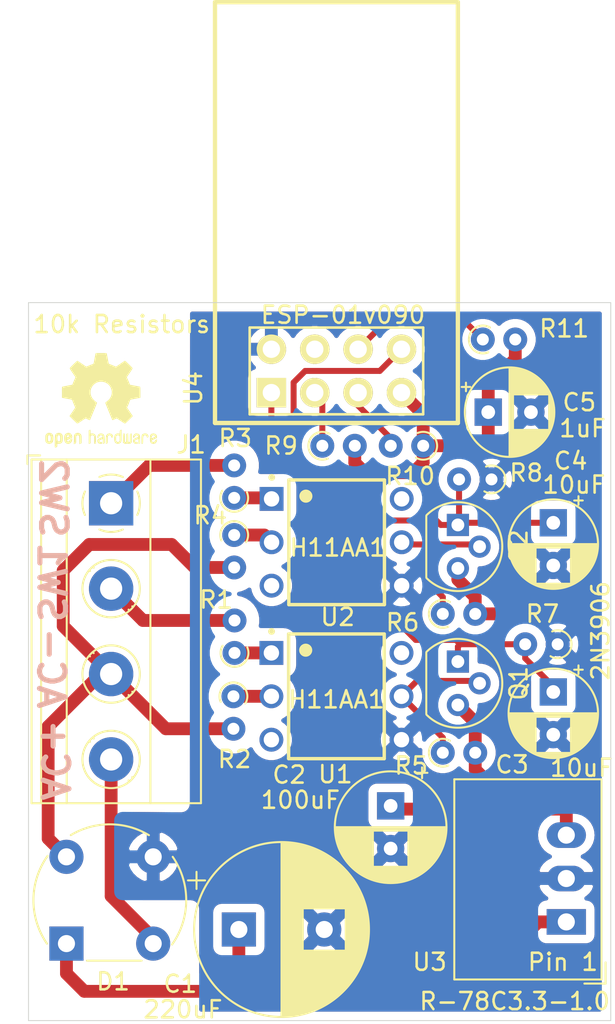
<source format=kicad_pcb>
(kicad_pcb (version 20171130) (host pcbnew "(5.1.10)-1")
  (title_block (title "Doorbell ESP") (date 2020-04-11) (rev v1))
  (layers (0 F.Cu signal) (31 B.Cu signal) (34 B.Paste user) (35 F.Paste user) (36 B.SilkS user) (37 F.SilkS user) (38 B.Mask user) (39 F.Mask user) (44 Edge.Cuts user))
  (net 0 "")
  (net 1 GND)
  (net 2 +15V)
  (net 3 +3V3)
  (net 4 "Net-(C3-Pad1)")
  (net 5 "Net-(C4-Pad1)")
  (net 6 /AC-)
  (net 7 /AC+)
  (net 8 /SW2)
  (net 9 /SW1)
  (net 10 "Net-(Q1-Pad2)")
  (net 11 "Net-(Q2-Pad2)")
  (net 12 "Net-(R1-Pad1)")
  (net 13 "Net-(R2-Pad1)")
  (net 14 "Net-(R3-Pad1)")
  (net 15 "Net-(R4-Pad1)")
  (net 16 "Net-(R9-Pad1)")
  (net 17 "Net-(R10-Pad2)")
  (net 18 "Net-(R11-Pad1)")
  (net 19 "Net-(U1-Pad6)")
  (net 20 "Net-(U2-Pad6)")
  (net 21 "Net-(U4-Pad4)")
  (module Package_TO_SOT_THT:TO-92 (layer F.Cu) (at 157.226 76.835 270)
    (fp_text reference Q2 (at 1.27 -3.56 90) (layer F.SilkS))
    (fp_text value 2N3906)
    (pad 1 thru_hole rect (at 0 0) (size 1.3 1.3) (drill 0.75) (layers *.Cu *.Mask) (net 5 "Net-(C4-Pad1)"))
    (pad 3 thru_hole circle (at 2.54 0) (size 1.3 1.3) (drill 0.75) (layers *.Cu *.Mask) (net 3 +3V3))
    (pad 2 thru_hole circle (at 1.27 -1.27) (size 1.3 1.3) (drill 0.75) (layers *.Cu *.Mask) (net 11 "Net-(Q2-Pad2)"))
  )
  (module Package_TO_SOT_THT:TO-92 (layer F.Cu) (at 157.226 84.836 270)
    (fp_text reference Q1 (at 1.27 -3.56 90) (layer F.SilkS))
    (fp_text value 2N3906 (at -1.8034 -8.3566 90) (layer F.SilkS))
    (pad 1 thru_hole rect (at 0 0) (size 1.3 1.3) (drill 0.75) (layers *.Cu *.Mask) (net 4 "Net-(C3-Pad1)"))
    (pad 3 thru_hole circle (at 2.54 0) (size 1.3 1.3) (drill 0.75) (layers *.Cu *.Mask) (net 3 +3V3))
    (pad 2 thru_hole circle (at 1.27 -1.27) (size 1.3 1.3) (drill 0.75) (layers *.Cu *.Mask) (net 10 "Net-(Q1-Pad2)"))
  )
  (module Capacitor_THT:CP_Radial_D6.3mm_P2.50mm (layer F.Cu) (at 153.289 93.2815 270)
    (fp_text reference C2 (at -1.8161 5.9436) (layer F.SilkS))
    (fp_text value 100uF (at -0.3429 5.2832) (layer F.SilkS))
    (pad 2 thru_hole circle (at 2.5 0 270) (size 1.6 1.6) (drill 0.8) (layers *.Cu *.Mask) (net 1 GND))
    (pad 1 thru_hole rect (at 0 0 270) (size 1.6 1.6) (drill 0.8) (layers *.Cu *.Mask) (net 3 +3V3))
  )
  (module Capacitor_THT:CP_Radial_D10.0mm_P5.00mm (layer F.Cu) (at 144.399 100.5205)
    (fp_text reference C1 (at -3.429 3.1877) (layer F.SilkS))
    (fp_text value 220uF (at -3.2766 4.6863) (layer F.SilkS))
    (pad 2 thru_hole circle (at 5 0) (size 2 2) (drill 1) (layers *.Cu *.Mask) (net 1 GND))
    (pad 1 thru_hole rect (at 0 0) (size 2 2) (drill 1) (layers *.Cu *.Mask) (net 2 +15V))
  )
  (module Symbol:OSHW-Logo2_7.3x6mm_SilkScreen (layer F.Cu) (at 136.3345 69.5325)
    (fp_text reference REF** hide)
    (fp_text value OSHW-Logo2_7.3x6mm_SilkScreen hide)
  )
  (module Resistor_THT:R_Axial_DIN0204_L3.6mm_D1.6mm_P1.90mm_Vertical (layer F.Cu) (at 158.6865 65.9765)
    (fp_text reference R11 (at 4.7625 -0.635) (layer F.SilkS))
    (fp_text value 10K)
    (pad 2 thru_hole oval (at 1.9 0) (size 1.4 1.4) (drill 0.7) (layers *.Cu *.Mask) (net 3 +3V3))
    (pad 1 thru_hole circle (at 0 0) (size 1.4 1.4) (drill 0.7) (layers *.Cu *.Mask) (net 18 "Net-(R11-Pad1)"))
  )
  (module Capacitor_THT:CP_Radial_D5.0mm_P2.50mm (layer F.Cu) (at 162.814 76.708 270)
    (fp_text reference C4 (at -3.6195 -1.016) (layer F.SilkS))
    (fp_text value 10uF (at -2.2225 -1.2065) (layer F.SilkS))
    (pad 2 thru_hole circle (at 2.5 0 270) (size 1.6 1.6) (drill 0.8) (layers *.Cu *.Mask) (net 1 GND))
    (pad 1 thru_hole rect (at 0 0 270) (size 1.6 1.6) (drill 0.8) (layers *.Cu *.Mask) (net 5 "Net-(C4-Pad1)"))
  )
  (module Resistor_THT:R_Axial_DIN0204_L3.6mm_D1.6mm_P1.90mm_Vertical (layer F.Cu) (at 163.068 83.82 180)
    (fp_text reference R7 (at 0.889 1.778 180) (layer F.SilkS))
    (fp_text value 10K)
    (pad 2 thru_hole oval (at 1.9 0 180) (size 1.4 1.4) (drill 0.7) (layers *.Cu *.Mask) (net 4 "Net-(C3-Pad1)"))
    (pad 1 thru_hole circle (at 0 0 180) (size 1.4 1.4) (drill 0.7) (layers *.Cu *.Mask) (net 1 GND))
  )
  (module Resistor_THT:R_Axial_DIN0204_L3.6mm_D1.6mm_P1.90mm_Vertical (layer F.Cu) (at 144.125 77.425 270)
    (fp_text reference R4 (at -1.143 1.397) (layer F.SilkS))
    (fp_text value 10K)
    (pad 2 thru_hole oval (at 1.9 0 270) (size 1.4 1.4) (drill 0.7) (layers *.Cu *.Mask) (net 7 /AC+))
    (pad 1 thru_hole circle (at 0 0 270) (size 1.4 1.4) (drill 0.7) (layers *.Cu *.Mask) (net 15 "Net-(R4-Pad1)"))
  )
  (module Resistor_THT:R_Axial_DIN0204_L3.6mm_D1.6mm_P1.90mm_Vertical (layer F.Cu) (at 156.342 90.17)
    (fp_text reference R5 (at -1.8465 0.762) (layer F.SilkS))
    (fp_text value 10K)
    (pad 2 thru_hole oval (at 1.9 0) (size 1.4 1.4) (drill 0.7) (layers *.Cu *.Mask) (net 3 +3V3))
    (pad 1 thru_hole circle (at 0 0) (size 1.4 1.4) (drill 0.7) (layers *.Cu *.Mask) (net 10 "Net-(Q1-Pad2)"))
  )
  (module H11AA1:DIP762W50P254L730H410Q6 (layer F.Cu) (at 150.114 86.868)
    (fp_text reference U1 (at -0.0635 4.572) (layer F.SilkS) (effects (font (size 1.00106 1.00106))))
    (fp_text value H11AA1 (at 0 0.1905) (layer F.SilkS) (effects (font (size 1.00057 1.00057))))
    (pad 6 thru_hole circle (at 3.81 -2.54 180) (size 1.4 1.4) (drill 0.9) (layers *.Cu *.Mask) (net 19 "Net-(U1-Pad6)"))
    (pad 5 thru_hole circle (at 3.81 0 180) (size 1.4 1.4) (drill 0.9) (layers *.Cu *.Mask) (net 10 "Net-(Q1-Pad2)"))
    (pad 4 thru_hole circle (at 3.81 2.54 180) (size 1.4 1.4) (drill 0.9) (layers *.Cu *.Mask) (net 1 GND))
    (pad 3 thru_hole circle (at -3.81 2.54) (size 1.4 1.4) (drill 0.9) (layers *.Cu *.Mask))
    (pad 2 thru_hole circle (at -3.81 0) (size 1.4 1.4) (drill 0.9) (layers *.Cu *.Mask) (net 13 "Net-(R2-Pad1)"))
    (pad 1 thru_hole rect (at -3.81 -2.54) (size 1.4 1.4) (drill 0.9) (layers *.Cu *.Mask) (net 12 "Net-(R1-Pad1)"))
  )
  (module Capacitor_THT:CP_Radial_D5.0mm_P2.50mm (layer F.Cu) (at 162.814 86.614 270)
    (fp_text reference C3 (at 4.2545 2.413) (layer F.SilkS))
    (fp_text value 10uF (at 4.445 -1.651) (layer F.SilkS))
    (pad 2 thru_hole circle (at 2.5 0 270) (size 1.6 1.6) (drill 0.8) (layers *.Cu *.Mask) (net 1 GND))
    (pad 1 thru_hole rect (at 0 0 270) (size 1.6 1.6) (drill 0.8) (layers *.Cu *.Mask) (net 4 "Net-(C3-Pad1)"))
  )
  (module ESP8266:ESP-01 (layer F.Cu) (at 146.304 69.088 90)
    (fp_text reference U4 (at 0.254 -4.572 90) (layer F.SilkS))
    (fp_text value ESP-01v090 (at 4.5466 4.191 180) (layer F.SilkS))
    (pad 8 thru_hole oval (at 2.54 7.62 90) (size 1.7272 1.7272) (drill 1.016) (layers *.Cu *.Mask F.SilkS) (net 5 "Net-(C4-Pad1)"))
    (pad 7 thru_hole oval (at 0 7.62 90) (size 1.7272 1.7272) (drill 1.016) (layers *.Cu *.Mask F.SilkS) (net 3 +3V3))
    (pad 6 thru_hole oval (at 2.54 5.08 90) (size 1.7272 1.7272) (drill 1.016) (layers *.Cu *.Mask F.SilkS) (net 18 "Net-(R11-Pad1)"))
    (pad 5 thru_hole oval (at 0 5.08 90) (size 1.7272 1.7272) (drill 1.016) (layers *.Cu *.Mask F.SilkS) (net 17 "Net-(R10-Pad2)"))
    (pad 4 thru_hole oval (at 2.54 2.54 90) (size 1.7272 1.7272) (drill 1.016) (layers *.Cu *.Mask F.SilkS) (net 21 "Net-(U4-Pad4)"))
    (pad 3 thru_hole oval (at 0 2.54 90) (size 1.7272 1.7272) (drill 1.016) (layers *.Cu *.Mask F.SilkS) (net 16 "Net-(R9-Pad1)"))
    (pad 2 thru_hole oval (at 2.54 0 90) (size 1.7272 1.7272) (drill 1.016) (layers *.Cu *.Mask F.SilkS) (net 1 GND))
    (pad 1 thru_hole rect (at 0 0 90) (size 1.7272 1.7272) (drill 1.016) (layers *.Cu *.Mask F.SilkS) (net 4 "Net-(C3-Pad1)"))
  )
  (module Converter_DCDC:Converter_DCDC_RECOM_R-78E-0.5_THT (layer F.Cu) (at 163.576 100.076 90)
    (fp_text reference U3 (at -2.3495 -8.001 180) (layer F.SilkS))
    (fp_text value R-78C3.3-1.0 (at -4.6482 -3.0226 180) (layer F.SilkS))
    (pad 3 thru_hole oval (at 5.08 0 90) (size 1.5 2.3) (drill 1) (layers *.Cu *.Mask) (net 3 +3V3))
    (pad 2 thru_hole oval (at 2.54 0 90) (size 1.5 2.3) (drill 1) (layers *.Cu *.Mask) (net 1 GND))
    (pad 1 thru_hole rect (at 0 0 90) (size 1.5 2.3) (drill 1) (layers *.Cu *.Mask) (net 2 +15V))
  )
  (module H11AA1:DIP762W50P254L730H410Q6 (layer F.Cu) (at 150.125 77.85)
    (fp_text reference U2 (at 0.0635 4.3815) (layer F.SilkS) (effects (font (size 1.00106 1.00106))))
    (fp_text value H11AA1 (at 0.0635 0.3175) (layer F.SilkS) (effects (font (size 1.00057 1.00057))))
    (pad 6 thru_hole circle (at 3.81 -2.54 180) (size 1.4 1.4) (drill 0.9) (layers *.Cu *.Mask) (net 20 "Net-(U2-Pad6)"))
    (pad 5 thru_hole circle (at 3.81 0 180) (size 1.4 1.4) (drill 0.9) (layers *.Cu *.Mask) (net 11 "Net-(Q2-Pad2)"))
    (pad 4 thru_hole circle (at 3.81 2.54 180) (size 1.4 1.4) (drill 0.9) (layers *.Cu *.Mask) (net 1 GND))
    (pad 3 thru_hole circle (at -3.81 2.54) (size 1.4 1.4) (drill 0.9) (layers *.Cu *.Mask))
    (pad 2 thru_hole circle (at -3.81 0) (size 1.4 1.4) (drill 0.9) (layers *.Cu *.Mask) (net 15 "Net-(R4-Pad1)"))
    (pad 1 thru_hole rect (at -3.81 -2.54) (size 1.4 1.4) (drill 0.9) (layers *.Cu *.Mask) (net 14 "Net-(R3-Pad1)"))
  )
  (module Resistor_THT:R_Axial_DIN0204_L3.6mm_D1.6mm_P1.90mm_Vertical (layer F.Cu) (at 155.194 72.1995 180)
    (fp_text reference R10 (at 0.762 -1.778 180) (layer F.SilkS))
    (fp_text value 10K)
    (pad 2 thru_hole oval (at 1.9 0 180) (size 1.4 1.4) (drill 0.7) (layers *.Cu *.Mask) (net 17 "Net-(R10-Pad2)"))
    (pad 1 thru_hole circle (at 0 0 180) (size 1.4 1.4) (drill 0.7) (layers *.Cu *.Mask) (net 3 +3V3))
  )
  (module Resistor_THT:R_Axial_DIN0204_L3.6mm_D1.6mm_P1.90mm_Vertical (layer F.Cu) (at 149.2885 72.1995)
    (fp_text reference R9 (at -2.413 0) (layer F.SilkS))
    (fp_text value 10K)
    (pad 2 thru_hole oval (at 1.9 0) (size 1.4 1.4) (drill 0.7) (layers *.Cu *.Mask) (net 3 +3V3))
    (pad 1 thru_hole circle (at 0 0) (size 1.4 1.4) (drill 0.7) (layers *.Cu *.Mask) (net 16 "Net-(R9-Pad1)"))
  )
  (module Resistor_THT:R_Axial_DIN0204_L3.6mm_D1.6mm_P1.90mm_Vertical (layer F.Cu) (at 159.1945 74.168 180)
    (fp_text reference R8 (at -2.032 0.381 180) (layer F.SilkS))
    (fp_text value 10K)
    (pad 2 thru_hole oval (at 1.9 0 180) (size 1.4 1.4) (drill 0.7) (layers *.Cu *.Mask) (net 5 "Net-(C4-Pad1)"))
    (pad 1 thru_hole circle (at 0 0 180) (size 1.4 1.4) (drill 0.7) (layers *.Cu *.Mask) (net 1 GND))
  )
  (module Resistor_THT:R_Axial_DIN0204_L3.6mm_D1.6mm_P1.90mm_Vertical (layer F.Cu) (at 156.342 82.042)
    (fp_text reference R6 (at -2.3545 0.508) (layer F.SilkS))
    (fp_text value 10K)
    (pad 2 thru_hole oval (at 1.9 0) (size 1.4 1.4) (drill 0.7) (layers *.Cu *.Mask) (net 3 +3V3))
    (pad 1 thru_hole circle (at 0 0) (size 1.4 1.4) (drill 0.7) (layers *.Cu *.Mask) (net 11 "Net-(Q2-Pad2)"))
  )
  (module Resistor_THT:R_Axial_DIN0204_L3.6mm_D1.6mm_P1.90mm_Vertical (layer F.Cu) (at 144.125 75.25 90)
    (fp_text reference R3 (at 3.4925 0.0635 180) (layer F.SilkS))
    (fp_text value 10K)
    (pad 2 thru_hole oval (at 1.9 0 90) (size 1.4 1.4) (drill 0.7) (layers *.Cu *.Mask) (net 8 /SW2))
    (pad 1 thru_hole circle (at 0 0 90) (size 1.4 1.4) (drill 0.7) (layers *.Cu *.Mask) (net 14 "Net-(R3-Pad1)"))
  )
  (module Resistor_THT:R_Axial_DIN0204_L3.6mm_D1.6mm_P1.90mm_Vertical (layer F.Cu) (at 144.0815 86.868 270)
    (fp_text reference R2 (at 3.683 -0.0635) (layer F.SilkS))
    (fp_text value 10K)
    (pad 2 thru_hole oval (at 1.9 0 270) (size 1.4 1.4) (drill 0.7) (layers *.Cu *.Mask) (net 7 /AC+))
    (pad 1 thru_hole circle (at 0 0 270) (size 1.4 1.4) (drill 0.7) (layers *.Cu *.Mask) (net 13 "Net-(R2-Pad1)"))
  )
  (module Resistor_THT:R_Axial_DIN0204_L3.6mm_D1.6mm_P1.90mm_Vertical (layer F.Cu) (at 144.145 84.328 90)
    (fp_text reference R1 (at 3.1115 -1.0795 180) (layer F.SilkS))
    (fp_text value 10K)
    (pad 2 thru_hole oval (at 1.9 0 90) (size 1.4 1.4) (drill 0.7) (layers *.Cu *.Mask) (net 9 /SW1))
    (pad 1 thru_hole circle (at 0 0 90) (size 1.4 1.4) (drill 0.7) (layers *.Cu *.Mask) (net 12 "Net-(R1-Pad1)"))
  )
  (module TerminalBlock_Phoenix:TerminalBlock_Phoenix_MKDS-1,5-4_1x04_P5.00mm_Horizontal (layer F.Cu) (at 136.9187 75.565 270)
    (fp_text reference J1 (at -3.429 -4.6863) (layer F.SilkS))
    (fp_text value Screw_Terminal_01x04)
    (pad 4 thru_hole circle (at 15 0 270) (size 2.6 2.6) (drill 1.3) (layers *.Cu *.Mask) (net 6 /AC-))
    (pad 3 thru_hole circle (at 10 0 270) (size 2.6 2.6) (drill 1.3) (layers *.Cu *.Mask) (net 7 /AC+))
    (pad 2 thru_hole circle (at 5 0 270) (size 2.6 2.6) (drill 1.3) (layers *.Cu *.Mask) (net 9 /SW1))
    (pad 1 thru_hole rect (at 0 0 270) (size 2.6 2.6) (drill 1.3) (layers *.Cu *.Mask) (net 8 /SW2))
  )
  (module Diode_THT:Diode_Bridge_Round_D8.9mm (layer F.Cu) (at 134.3025 101.346 90)
    (fp_text reference D1 (at -2.2225 2.7305 180) (layer F.SilkS))
    (fp_text value D_Bridge_+A-A)
    (pad 1 thru_hole rect (at 0 0 90) (size 2 2) (drill 1) (layers *.Cu *.Mask) (net 2 +15V))
    (pad 3 thru_hole oval (at 5.08 5.08 90) (size 2 2) (drill 1) (layers *.Cu *.Mask) (net 1 GND))
    (pad 2 thru_hole oval (at 0 5.08 90) (size 2 2) (drill 1) (layers *.Cu *.Mask) (net 6 /AC-))
    (pad 4 thru_hole oval (at 5.08 0 90) (size 2 2) (drill 1) (layers *.Cu *.Mask) (net 7 /AC+))
  )
  (module Capacitor_THT:CP_Radial_D5.0mm_P2.50mm (layer F.Cu) (at 159.004 70.231)
    (fp_text reference C5 (at 5.334 -0.5715) (layer F.SilkS))
    (fp_text value 1uF (at 5.5245 0.9525) (layer F.SilkS))
    (pad 2 thru_hole circle (at 2.5 0) (size 1.6 1.6) (drill 0.8) (layers *.Cu *.Mask) (net 1 GND))
    (pad 1 thru_hole rect (at 0 0) (size 1.6 1.6) (drill 0.8) (layers *.Cu *.Mask) (net 3 +3V3))
  )
  (gr_text "Pin 1" (at 163.375 102.425) (layer F.SilkS) (effects (font (size 1 1))))
  (gr_text SW2 (at 133.525 75.25 270) (layer B.SilkS) (effects (font (size 1.5 1.5) (thickness 0.3)) (justify mirror)))
  (gr_text SW1 (at 133.425 80.2 270) (layer B.SilkS) (effects (font (size 1.5 1.5) (thickness 0.3)) (justify mirror)))
  (gr_text AC- (at 133.4 85.225 270) (layer B.SilkS) (effects (font (size 1.5 1.5) (thickness 0.3)) (justify mirror)))
  (gr_text AC+ (at 133.625 90.6 270) (layer B.SilkS) (effects (font (size 1.5 1.5) (thickness 0.3)) (justify mirror)))
  (gr_text "10k Resistors" (at 137.541 65.0875) (layer F.SilkS) (effects (font (size 1 1))))
  (gr_line (start 132.08 63.8175) (end 132.08 105.8545) (layer Edge.Cuts) (width 0.05))
  (gr_line (start 166.1795 63.8175) (end 132.08 63.8175) (layer Edge.Cuts) (width 0.05))
  (gr_line (start 166.1795 105.8545) (end 166.1795 63.8175) (layer Edge.Cuts) (width 0.05))
  (gr_line (start 132.08 105.8545) (end 166.1795 105.8545) (layer Edge.Cuts) (width 0.05))
  (segment (start 144.399 102.2705) (end 144.399 100.5205) (width 0.75) (layer F.Cu) (net 2))
  (segment (start 145.7605 103.632) (end 144.399 102.2705) (width 0.75) (layer F.Cu) (net 2))
  (segment (start 158.374 103.632) (end 145.7605 103.632) (width 0.75) (layer F.Cu) (net 2))
  (segment (start 161.93 100.076) (end 158.374 103.632) (width 0.75) (layer F.Cu) (net 2))
  (segment (start 163.83 100.076) (end 161.93 100.076) (width 0.75) (layer F.Cu) (net 2))
  (segment (start 142.5295 104.14) (end 144.399 102.2705) (width 0.75) (layer F.Cu) (net 2))
  (segment (start 135.3465 104.14) (end 142.5295 104.14) (width 0.75) (layer F.Cu) (net 2))
  (segment (start 134.3025 103.096) (end 135.3465 104.14) (width 0.75) (layer F.Cu) (net 2))
  (segment (start 134.3025 101.346) (end 134.3025 103.096) (width 0.75) (layer F.Cu) (net 2))
  (segment (start 163.576 93.496) (end 163.576 94.996) (width 0.75) (layer F.Cu) (net 3))
  (segment (start 163.552 93.472) (end 163.576 93.496) (width 0.75) (layer F.Cu) (net 3))
  (segment (start 160.554051 93.472) (end 161.29 93.472) (width 0.75) (layer F.Cu) (net 3))
  (segment (start 158.242 91.159949) (end 160.554051 93.472) (width 0.75) (layer F.Cu) (net 3))
  (segment (start 158.242 90.17) (end 158.242 91.159949) (width 0.75) (layer F.Cu) (net 3))
  (segment (start 153.162 93.472) (end 161.29 93.472) (width 0.75) (layer F.Cu) (net 3))
  (segment (start 161.29 93.472) (end 163.552 93.472) (width 0.75) (layer F.Cu) (net 3))
  (segment (start 158.242 88.392) (end 157.35601 87.50601) (width 0.75) (layer F.Cu) (net 3))
  (segment (start 158.242 90.17) (end 158.242 88.392) (width 0.75) (layer F.Cu) (net 3))
  (segment (start 163.576 93.496) (end 165.1 91.972) (width 0.75) (layer F.Cu) (net 3))
  (segment (start 159.231949 82.042) (end 158.242 82.042) (width 0.75) (layer F.Cu) (net 3))
  (segment (start 163.621002 82.042) (end 159.231949 82.042) (width 0.75) (layer F.Cu) (net 3))
  (segment (start 165.1 83.520998) (end 163.621002 82.042) (width 0.75) (layer F.Cu) (net 3))
  (segment (start 165.1 91.972) (end 165.1 83.520998) (width 0.75) (layer F.Cu) (net 3))
  (segment (start 157.226 80.036051) (end 157.226 79.50501) (width 0.75) (layer F.Cu) (net 3))
  (segment (start 158.242 82.042) (end 158.242 81.052051) (width 0.75) (layer F.Cu) (net 3))
  (segment (start 158.242 81.052051) (end 157.226 80.036051) (width 0.75) (layer F.Cu) (net 3))
  (segment (start 159.004 68.707) (end 159.004 70.231) (width 0.75) (layer F.Cu) (net 3))
  (segment (start 160.5865 65.9765) (end 160.5865 67.1245) (width 0.75) (layer F.Cu) (net 3))
  (segment (start 160.5865 67.1245) (end 159.004 68.707) (width 0.75) (layer F.Cu) (net 3))
  (segment (start 159.4225 72.1995) (end 155.194 72.1995) (width 0.75) (layer F.Cu) (net 3))
  (segment (start 163.0045 72.1995) (end 159.4225 72.1995) (width 0.75) (layer F.Cu) (net 3))
  (segment (start 165.1 83.520998) (end 165.1 74.295) (width 0.75) (layer F.Cu) (net 3))
  (segment (start 165.1 74.295) (end 163.0045 72.1995) (width 0.75) (layer F.Cu) (net 3))
  (segment (start 155.194 70.358) (end 155.194 72.1995) (width 0.75) (layer F.Cu) (net 3))
  (segment (start 153.924 69.088) (end 155.194 70.358) (width 0.75) (layer F.Cu) (net 3))
  (segment (start 159.004 71.781) (end 159.004 70.231) (width 0.75) (layer F.Cu) (net 3))
  (segment (start 159.4225 72.1995) (end 159.004 71.781) (width 0.75) (layer F.Cu) (net 3))
  (segment (start 151.1885 73.189449) (end 151.1885 72.1995) (width 0.75) (layer F.Cu) (net 3))
  (segment (start 151.773552 73.774501) (end 151.1885 73.189449) (width 0.75) (layer F.Cu) (net 3))
  (segment (start 154.608948 73.774501) (end 151.773552 73.774501) (width 0.75) (layer F.Cu) (net 3))
  (segment (start 155.194 73.189449) (end 154.608948 73.774501) (width 0.75) (layer F.Cu) (net 3))
  (segment (start 155.194 72.1995) (end 155.194 73.189449) (width 0.75) (layer F.Cu) (net 3))
  (segment (start 157.226 83.961) (end 157.226 84.836) (width 0.35) (layer F.Cu) (net 4))
  (segment (start 157.367 83.82) (end 157.226 83.961) (width 0.35) (layer F.Cu) (net 4))
  (segment (start 161.168 83.82) (end 157.367 83.82) (width 0.35) (layer F.Cu) (net 4))
  (segment (start 161.168 84.643) (end 161.168 83.82) (width 0.35) (layer F.Cu) (net 4))
  (segment (start 162.814 86.614) (end 162.814 86.289) (width 0.35) (layer F.Cu) (net 4))
  (segment (start 162.814 86.289) (end 161.168 84.643) (width 0.35) (layer F.Cu) (net 4))
  (segment (start 157.367 83.82) (end 157.113 83.566) (width 0.35) (layer F.Cu) (net 4))
  (segment (start 157.113 83.566) (end 154.756 83.566) (width 0.35) (layer F.Cu) (net 4))
  (segment (start 146.304 72.233998) (end 146.304 68.834) (width 0.35) (layer F.Cu) (net 4))
  (segment (start 147.940001 73.869999) (end 146.304 72.233998) (width 0.35) (layer F.Cu) (net 4))
  (segment (start 154.756 83.566) (end 147.940001 76.750001) (width 0.35) (layer F.Cu) (net 4))
  (segment (start 147.940001 76.750001) (end 147.940001 73.869999) (width 0.35) (layer F.Cu) (net 4))
  (segment (start 157.104 76.713) (end 157.226 76.835) (width 0.35) (layer F.Cu) (net 5))
  (segment (start 157.104 74.168) (end 157.104 74.6075) (width 0.35) (layer F.Cu) (net 5))
  (segment (start 157.2945 76.7665) (end 157.226 76.835) (width 0.35) (layer F.Cu) (net 5))
  (segment (start 157.2945 74.168) (end 157.2945 76.7665) (width 0.35) (layer F.Cu) (net 5))
  (segment (start 157.353 76.708) (end 157.226 76.835) (width 0.35) (layer F.Cu) (net 5))
  (segment (start 163.068 76.708) (end 157.353 76.708) (width 0.35) (layer F.Cu) (net 5))
  (segment (start 147.605399 72.757564) (end 151.422835 76.575) (width 0.35) (layer F.Cu) (net 5))
  (segment (start 147.605399 68.493471) (end 147.605399 72.757564) (width 0.35) (layer F.Cu) (net 5))
  (segment (start 148.28087 67.818) (end 147.605399 68.493471) (width 0.35) (layer F.Cu) (net 5))
  (segment (start 152.654 67.818) (end 148.28087 67.818) (width 0.35) (layer F.Cu) (net 5))
  (segment (start 156.226 76.835) (end 157.226 76.835) (width 0.35) (layer F.Cu) (net 5))
  (segment (start 155.966 76.575) (end 156.226 76.835) (width 0.35) (layer F.Cu) (net 5))
  (segment (start 151.422835 76.575) (end 155.966 76.575) (width 0.35) (layer F.Cu) (net 5))
  (segment (start 153.924 66.548) (end 152.654 67.818) (width 0.35) (layer F.Cu) (net 5))
  (segment (start 136.9187 98.5647) (end 139.7 101.346) (width 0.75) (layer F.Cu) (net 6))
  (segment (start 136.9187 90.565) (end 136.9187 98.5647) (width 0.75) (layer F.Cu) (net 6))
  (segment (start 140.1217 88.768) (end 144.0815 88.768) (width 0.75) (layer F.Cu) (net 7))
  (segment (start 136.9187 85.565) (end 140.1217 88.768) (width 0.75) (layer F.Cu) (net 7))
  (segment (start 141.809 79.325) (end 144.125 79.325) (width 0.75) (layer F.Cu) (net 7))
  (segment (start 140.462 77.978) (end 141.809 79.325) (width 0.75) (layer F.Cu) (net 7))
  (segment (start 135.636 77.978) (end 140.462 77.978) (width 0.75) (layer F.Cu) (net 7))
  (segment (start 134.112 79.502) (end 135.636 77.978) (width 0.75) (layer F.Cu) (net 7))
  (segment (start 136.9187 85.565) (end 134.112 82.7583) (width 0.75) (layer F.Cu) (net 7))
  (segment (start 134.112 82.7583) (end 134.112 79.502) (width 0.75) (layer F.Cu) (net 7))
  (segment (start 133.23001 88.63899) (end 136.304 85.565) (width 0.75) (layer F.Cu) (net 7))
  (segment (start 136.304 85.565) (end 136.9187 85.565) (width 0.75) (layer F.Cu) (net 7))
  (segment (start 134.3025 96.266) (end 133.23001 95.19351) (width 0.75) (layer F.Cu) (net 7))
  (segment (start 133.23001 95.19351) (end 133.23001 88.63899) (width 0.75) (layer F.Cu) (net 7))
  (segment (start 144.14 73.66) (end 144.145 73.665) (width 0.35) (layer F.Cu) (net 8))
  (segment (start 136.935 75.565) (end 136.9187 75.565) (width 0.35) (layer F.Cu) (net 8))
  (segment (start 144.125 73.35) (end 139.15 73.35) (width 0.75) (layer F.Cu) (net 8))
  (segment (start 139.15 73.35) (end 136.935 75.565) (width 0.75) (layer F.Cu) (net 8))
  (segment (start 138.7817 82.428) (end 136.9187 80.565) (width 0.75) (layer F.Cu) (net 9))
  (segment (start 144.145 82.428) (end 138.7817 82.428) (width 0.75) (layer F.Cu) (net 9))
  (segment (start 156.342 89.286) (end 153.924 86.868) (width 0.35) (layer F.Cu) (net 10))
  (segment (start 156.342 90.17) (end 156.342 89.286) (width 0.35) (layer F.Cu) (net 10))
  (segment (start 154.8257 85.9663) (end 153.924 86.868) (width 0.35) (layer F.Cu) (net 10))
  (segment (start 158.496 86.106) (end 158.3563 85.9663) (width 0.35) (layer F.Cu) (net 10))
  (segment (start 158.3563 85.9663) (end 154.8257 85.9663) (width 0.35) (layer F.Cu) (net 10))
  (segment (start 155.575 80.285051) (end 155.575 78.105) (width 0.35) (layer F.Cu) (net 11))
  (segment (start 156.342 81.052051) (end 155.575 80.285051) (width 0.35) (layer F.Cu) (net 11))
  (segment (start 156.342 82.042) (end 156.342 81.052051) (width 0.35) (layer F.Cu) (net 11))
  (segment (start 153.935 77.85) (end 154.0503 77.9653) (width 0.35) (layer F.Cu) (net 11))
  (segment (start 154.063 77.978) (end 153.935 77.85) (width 0.35) (layer F.Cu) (net 11))
  (segment (start 158.496 78.105) (end 158.369 77.978) (width 0.35) (layer F.Cu) (net 11))
  (segment (start 158.369 77.978) (end 154.063 77.978) (width 0.35) (layer F.Cu) (net 11))
  (segment (start 146.304 84.328) (end 144.145 84.328) (width 0.75) (layer F.Cu) (net 12))
  (segment (start 146.304 86.868) (end 144.0815 86.868) (width 0.75) (layer F.Cu) (net 13))
  (segment (start 146.06 75.565) (end 146.315 75.31) (width 0.35) (layer F.Cu) (net 14))
  (segment (start 146.255 75.25) (end 146.315 75.31) (width 0.35) (layer F.Cu) (net 14))
  (segment (start 144.125 75.25) (end 146.255 75.25) (width 0.75) (layer F.Cu) (net 14))
  (segment (start 146.315 78.094) (end 146.304 78.105) (width 0.35) (layer F.Cu) (net 15))
  (segment (start 146.315 77.85) (end 146.315 78.094) (width 0.35) (layer F.Cu) (net 15))
  (segment (start 145.89 77.425) (end 146.315 77.85) (width 0.75) (layer F.Cu) (net 15))
  (segment (start 144.125 77.425) (end 145.89 77.425) (width 0.75) (layer F.Cu) (net 15))
  (segment (start 149.2885 69.5325) (end 148.844 69.088) (width 0.35) (layer F.Cu) (net 16))
  (segment (start 149.2885 72.1995) (end 149.2885 69.5325) (width 0.35) (layer F.Cu) (net 16))
  (segment (start 151.384 69.85) (end 151.384 69.088) (width 0.35) (layer F.Cu) (net 17))
  (segment (start 153.294 72.1995) (end 153.294 71.76) (width 0.35) (layer F.Cu) (net 17))
  (segment (start 153.294 71.76) (end 151.384 69.85) (width 0.35) (layer F.Cu) (net 17))
  (segment (start 157.5435 64.8335) (end 153.0985 64.8335) (width 0.35) (layer F.Cu) (net 18))
  (segment (start 158.6865 65.9765) (end 157.5435 64.8335) (width 0.35) (layer F.Cu) (net 18))
  (segment (start 152.247599 65.684401) (end 151.384 66.548) (width 0.35) (layer F.Cu) (net 18))
  (segment (start 153.0985 64.8335) (end 152.247599 65.684401) (width 0.35) (layer F.Cu) (net 18))
  (zone (net 1) (net_name GND) (layer B.Cu) (connect_pads (clearance 0.5)) (min_thickness 0.254) (fill yes (arc_segments 32) (thermal_gap 0.508) (thermal_bridge_width 0.75) (smoothing fillet) (radius 0.5))
    (polygon (pts (xy 142.0749 98.806) (xy 137.0965 98.806) (xy 137.0965 93.63075) (xy 141.525625 93.6625) (xy 141.5415 63.8175) (xy 166.1795 63.8175) (xy 166.1795 105.8545) (xy 142.0749 105.8545)))
  )
  (zone (net 1) (net_name GND) (layer F.Cu) (connect_pads (clearance 0.5)) (min_thickness 0.254) (fill yes (arc_segments 32) (thermal_gap 0.508) (thermal_bridge_width 0.75) (smoothing fillet) (radius 0.5))
    (polygon (pts (xy 142.0749 98.806) (xy 137.0965 98.806) (xy 137.0965 93.63075) (xy 141.525625 93.6625) (xy 141.5415 63.8175) (xy 166.1795 63.8175) (xy 166.1795 105.8545) (xy 142.0749 105.8545)))
  )
)
</source>
